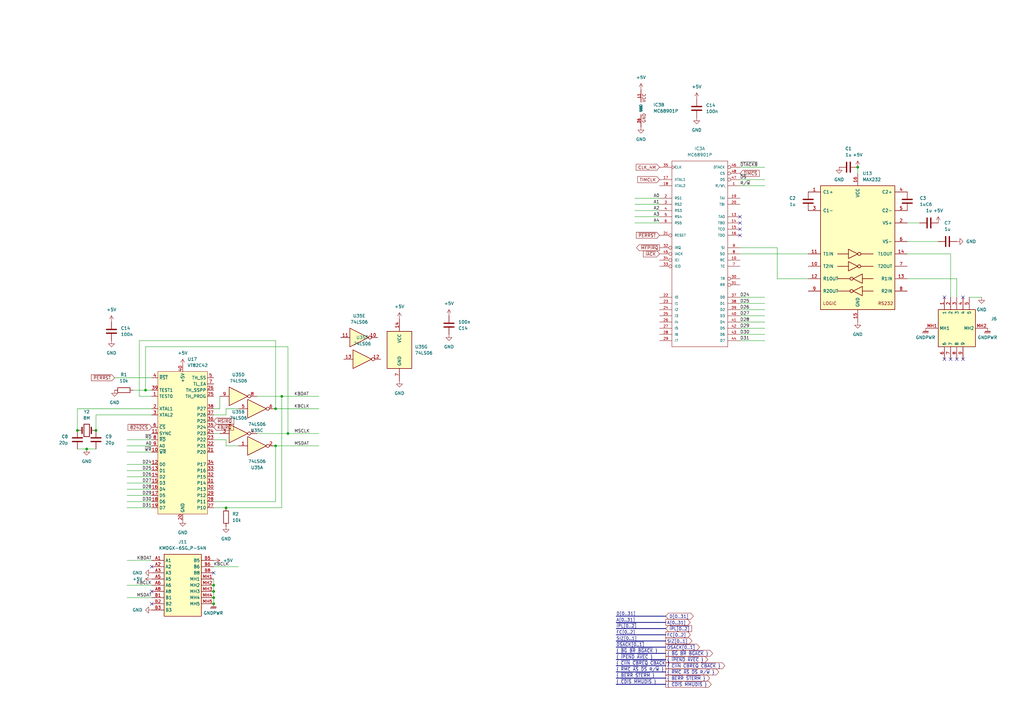
<source format=kicad_sch>
(kicad_sch (version 20230121) (generator eeschema)
  (paper "A3")
  (lib_symbols
    (symbol "5747840-4:5747840-4"
      (property "Reference" "J" (at 21.59 12.7 0))
      (property "Value" "5747840-4" (at 21.59 10.16 0))
      (symbol "5747840-4_1_1"
        (rectangle (start 5.08 7.62) (end 20.32 -7.62) (stroke (width 0.254)) (fill (type background)))
        (pin passive line (at 7.62 12.7 270) (length 5.08) (name "1") (number "1"))
        (pin passive line (at 10.16 12.7 270) (length 5.08) (name "2") (number "2"))
        (pin passive line (at 12.7 12.7 270) (length 5.08) (name "3") (number "3"))
        (pin passive line (at 15.24 12.7 270) (length 5.08) (name "4") (number "4"))
        (pin passive line (at 17.78 12.7 270) (length 5.08) (name "5") (number "5"))
        (pin passive line (at 7.62 -12.7 90) (length 5.08) (name "6") (number "6"))
        (pin passive line (at 10.16 -12.7 90) (length 5.08) (name "7") (number "7"))
        (pin passive line (at 12.7 -12.7 90) (length 5.08) (name "8") (number "8"))
        (pin passive line (at 15.24 -12.7 90) (length 5.08) (name "9") (number "9"))
        (pin passive line (at 0 0 0) (length 5.08) (name "MH1") (number "MH1"))
        (pin passive line (at 25.4 0 180) (length 5.08) (name "MH2") (number "MH2"))
      )
    )
    (symbol "74xx:74LS06" (pin_names (offset 1.016))
      (property "Reference" "U" (at 0 1.27 0))
      (property "Value" "74LS06" (at 0 -1.27 0))
      (symbol "74LS06_1_0"
        (polyline (pts (xy -3.81 3.81) (xy -3.81 -3.81) (xy 3.81 0) (xy -3.81 3.81)) (stroke (width 0.254)) (fill (type background)))
        (pin input line (at -7.62 0 0) (length 3.81) (name "~") (number "1"))
        (pin open_collector inverted (at 7.62 0 180) (length 3.81) (name "~") (number "2"))
      )
      (symbol "74LS06_2_0"
        (polyline (pts (xy -3.81 3.81) (xy -3.81 -3.81) (xy 3.81 0) (xy -3.81 3.81)) (stroke (width 0.254)) (fill (type background)))
        (pin input line (at -7.62 0 0) (length 3.81) (name "~") (number "3"))
        (pin open_collector inverted (at 7.62 0 180) (length 3.81) (name "~") (number "4"))
      )
      (symbol "74LS06_3_0"
        (polyline (pts (xy -3.81 3.81) (xy -3.81 -3.81) (xy 3.81 0) (xy -3.81 3.81)) (stroke (width 0.254)) (fill (type background)))
        (pin input line (at -7.62 0 0) (length 3.81) (name "~") (number "5"))
        (pin open_collector inverted (at 7.62 0 180) (length 3.81) (name "~") (number "6"))
      )
      (symbol "74LS06_4_0"
        (polyline (pts (xy -3.81 3.81) (xy -3.81 -3.81) (xy 3.81 0) (xy -3.81 3.81)) (stroke (width 0.254)) (fill (type background)))
        (pin open_collector inverted (at 7.62 0 180) (length 3.81) (name "~") (number "8"))
        (pin input line (at -7.62 0 0) (length 3.81) (name "~") (number "9"))
      )
      (symbol "74LS06_5_0"
        (polyline (pts (xy -3.81 3.81) (xy -3.81 -3.81) (xy 3.81 0) (xy -3.81 3.81)) (stroke (width 0.254)) (fill (type background)))
        (pin open_collector inverted (at 7.62 0 180) (length 3.81) (name "~") (number "10"))
        (pin input line (at -7.62 0 0) (length 3.81) (name "~") (number "11"))
      )
      (symbol "74LS06_6_0"
        (polyline (pts (xy -3.81 3.81) (xy -3.81 -3.81) (xy 3.81 0) (xy -3.81 3.81)) (stroke (width 0.254)) (fill (type background)))
        (pin open_collector inverted (at 7.62 0 180) (length 3.81) (name "~") (number "12"))
        (pin input line (at -7.62 0 0) (length 3.81) (name "~") (number "13"))
      )
      (symbol "74LS06_7_0"
        (pin power_in line (at 0 12.7 270) (length 5.08) (name "VCC") (number "14"))
        (pin power_in line (at 0 -12.7 90) (length 5.08) (name "GND") (number "7"))
      )
      (symbol "74LS06_7_1"
        (rectangle (start -5.08 7.62) (end 5.08 -7.62) (stroke (width 0.254)) (fill (type background)))
      )
    )
    (symbol "Device:C" (pin_numbers hide) (pin_names (offset 0.254))
      (property "Reference" "C" (at 0.635 2.54 0))
      (property "Value" "C" (at 0.635 -2.54 0))
      (symbol "C_0_1"
        (polyline (pts (xy -2.032 -0.762) (xy 2.032 -0.762)) (stroke (width 0.508)))
        (polyline (pts (xy -2.032 0.762) (xy 2.032 0.762)) (stroke (width 0.508)))
      )
      (symbol "C_1_1"
        (pin passive line (at 0 3.81 270) (length 2.794) (name "~") (number "1"))
        (pin passive line (at 0 -3.81 90) (length 2.794) (name "~") (number "2"))
      )
    )
    (symbol "Device:Crystal" (pin_numbers hide) (pin_names (offset 1.016) hide)
      (property "Reference" "Y" (at 0 3.81 0))
      (property "Value" "Crystal" (at 0 -3.81 0))
      (symbol "Crystal_0_1"
        (rectangle (start -1.143 2.54) (end 1.143 -2.54) (stroke (width 0.3048)))
        (polyline (pts (xy -2.54 0) (xy -1.905 0)))
        (polyline (pts (xy -1.905 -1.27) (xy -1.905 1.27)) (stroke (width 0.508)))
        (polyline (pts (xy 1.905 -1.27) (xy 1.905 1.27)) (stroke (width 0.508)))
        (polyline (pts (xy 2.54 0) (xy 1.905 0)))
      )
      (symbol "Crystal_1_1"
        (pin passive line (at -3.81 0 0) (length 1.27) (name "1") (number "1"))
        (pin passive line (at 3.81 0 180) (length 1.27) (name "2") (number "2"))
      )
    )
    (symbol "Device:R" (pin_numbers hide) (pin_names (offset 0))
      (property "Reference" "R" (at 2.032 0 90))
      (property "Value" "R" (at 0 0 90))
      (symbol "R_0_1"
        (rectangle (start -1.016 -2.54) (end 1.016 2.54) (stroke (width 0.254)))
      )
      (symbol "R_1_1"
        (pin passive line (at 0 3.81 270) (length 1.27) (name "~") (number "1"))
        (pin passive line (at 0 -3.81 90) (length 1.27) (name "~") (number "2"))
      )
    )
    (symbol "Interface_UART:MAX232" (pin_names (offset 1.016))
      (property "Reference" "U" (at -2.54 28.575 0))
      (property "Value" "MAX232" (at -2.54 26.67 0))
      (symbol "MAX232_0_0"
        (text "LOGIC" (at -11.43 -22.86 0) (effects (font (size 1.27 1.27))))
        (text "RS232" (at 11.43 -22.86 0) (effects (font (size 1.27 1.27))))
      )
      (symbol "MAX232_0_1"
        (rectangle (start -15.24 -25.4) (end 15.24 25.4) (stroke (width 0.254)) (fill (type background)))
        (circle (center -2.54 -17.78) (radius 0.635) (stroke (width 0.254)))
        (circle (center -2.54 -12.7) (radius 0.635) (stroke (width 0.254)))
        (polyline (pts (xy -3.81 -7.62) (xy -8.255 -7.62)) (stroke (width 0.254)))
        (polyline (pts (xy -3.81 -2.54) (xy -8.255 -2.54)) (stroke (width 0.254)))
        (polyline (pts (xy -3.175 -17.78) (xy -8.255 -17.78)) (stroke (width 0.254)))
        (polyline (pts (xy -3.175 -12.7) (xy -8.255 -12.7)) (stroke (width 0.254)))
        (polyline (pts (xy 1.27 -7.62) (xy 6.35 -7.62)) (stroke (width 0.254)))
        (polyline (pts (xy 1.27 -2.54) (xy 6.35 -2.54)) (stroke (width 0.254)))
        (polyline (pts (xy 1.905 -17.78) (xy 6.35 -17.78)) (stroke (width 0.254)))
        (polyline (pts (xy 1.905 -12.7) (xy 6.35 -12.7)) (stroke (width 0.254)))
        (polyline (pts (xy -3.81 -5.715) (xy -3.81 -9.525) (xy 0 -7.62) (xy -3.81 -5.715)) (stroke (width 0.254)))
        (polyline (pts (xy -3.81 -0.635) (xy -3.81 -4.445) (xy 0 -2.54) (xy -3.81 -0.635)) (stroke (width 0.254)))
        (polyline (pts (xy 1.905 -15.875) (xy 1.905 -19.685) (xy -1.905 -17.78) (xy 1.905 -15.875)) (stroke (width 0.254)))
        (polyline (pts (xy 1.905 -10.795) (xy 1.905 -14.605) (xy -1.905 -12.7) (xy 1.905 -10.795)) (stroke (width 0.254)))
        (circle (center 0.635 -7.62) (radius 0.635) (stroke (width 0.254)))
        (circle (center 0.635 -2.54) (radius 0.635) (stroke (width 0.254)))
      )
      (symbol "MAX232_1_1"
        (pin passive line (at -20.32 22.86 0) (length 5.08) (name "C1+") (number "1"))
        (pin input line (at -20.32 -7.62 0) (length 5.08) (name "T2IN") (number "10"))
        (pin input line (at -20.32 -2.54 0) (length 5.08) (name "T1IN") (number "11"))
        (pin output line (at -20.32 -12.7 0) (length 5.08) (name "R1OUT") (number "12"))
        (pin input line (at 20.32 -12.7 180) (length 5.08) (name "R1IN") (number "13"))
        (pin output line (at 20.32 -2.54 180) (length 5.08) (name "T1OUT") (number "14"))
        (pin power_in line (at 0 -30.48 90) (length 5.08) (name "GND") (number "15"))
        (pin power_in line (at 0 30.48 270) (length 5.08) (name "VCC") (number "16"))
        (pin power_out line (at 20.32 10.16 180) (length 5.08) (name "VS+") (number "2"))
        (pin passive line (at -20.32 15.24 0) (length 5.08) (name "C1-") (number "3"))
        (pin passive line (at 20.32 22.86 180) (length 5.08) (name "C2+") (number "4"))
        (pin passive line (at 20.32 15.24 180) (length 5.08) (name "C2-") (number "5"))
        (pin power_out line (at 20.32 2.54 180) (length 5.08) (name "VS-") (number "6"))
        (pin output line (at 20.32 -7.62 180) (length 5.08) (name "T2OUT") (number "7"))
        (pin input line (at 20.32 -17.78 180) (length 5.08) (name "R2IN") (number "8"))
        (pin output line (at -20.32 -17.78 0) (length 5.08) (name "R2OUT") (number "9"))
      )
    )
    (symbol "KMDGX-6SG_P-S4N:KMDGX-6SG_P-S4N"
      (property "Reference" "J" (at 21.59 7.62 0))
      (property "Value" "KMDGX-6SG_P-S4N" (at 21.59 5.08 0))
      (symbol "KMDGX-6SG_P-S4N_1_1"
        (rectangle (start 5.08 2.54) (end 20.32 -22.86) (stroke (width 0.254)) (fill (type background)))
        (pin passive line (at 0 0 0) (length 5.08) (name "A1") (number "A1"))
        (pin passive line (at 0 -2.54 0) (length 5.08) (name "A2") (number "A2"))
        (pin passive line (at 0 -5.08 0) (length 5.08) (name "A3") (number "A3"))
        (pin passive line (at 0 -7.62 0) (length 5.08) (name "A5") (number "A5"))
        (pin passive line (at 0 -10.16 0) (length 5.08) (name "A6") (number "A6"))
        (pin passive line (at 0 -12.7 0) (length 5.08) (name "A8") (number "A8"))
        (pin passive line (at 0 -15.24 0) (length 5.08) (name "B1") (number "B1"))
        (pin passive line (at 0 -17.78 0) (length 5.08) (name "B2") (number "B2"))
        (pin passive line (at 0 -20.32 0) (length 5.08) (name "B3") (number "B3"))
        (pin passive line (at 25.4 0 180) (length 5.08) (name "B5") (number "B5"))
        (pin passive line (at 25.4 -2.54 180) (length 5.08) (name "B6") (number "B6"))
        (pin passive line (at 25.4 -5.08 180) (length 5.08) (name "B8") (number "B8"))
        (pin passive line (at 25.4 -7.62 180) (length 5.08) (name "MH1") (number "MH1"))
        (pin passive line (at 25.4 -10.16 180) (length 5.08) (name "MH2") (number "MH2"))
        (pin passive line (at 25.4 -12.7 180) (length 5.08) (name "MH3") (number "MH3"))
        (pin passive line (at 25.4 -15.24 180) (length 5.08) (name "MH4") (number "MH4"))
        (pin passive line (at 25.4 -17.78 180) (length 5.08) (name "MH5") (number "MH5"))
      )
    )
    (symbol "VT82C42:VT82C42"
      (property "Reference" "U" (at -5.08 29.21 0))
      (property "Value" "VT82C42" (at 5.08 29.21 0))
      (symbol "VT82C42_1_1"
        (rectangle (start -10.16 27.94) (end 10.16 -30.48) (fill (type background)))
        (pin input line (at -12.7 17.78 0) (length 2.54) (name "TEST0") (number "1"))
        (pin input line (at -12.7 -5.08 0) (length 2.54) (name "~{WR}") (number "10"))
        (pin output line (at -12.7 2.54 0) (length 2.54) (name "SYNC") (number "11"))
        (pin bidirectional line (at -12.7 -10.16 0) (length 2.54) (name "D0") (number "12"))
        (pin bidirectional line (at -12.7 -12.7 0) (length 2.54) (name "D1") (number "13"))
        (pin bidirectional line (at -12.7 -15.24 0) (length 2.54) (name "D2") (number "14"))
        (pin bidirectional line (at -12.7 -17.78 0) (length 2.54) (name "D3") (number "15"))
        (pin bidirectional line (at -12.7 -20.32 0) (length 2.54) (name "D4") (number "16"))
        (pin bidirectional line (at -12.7 -22.86 0) (length 2.54) (name "D5") (number "17"))
        (pin bidirectional line (at -12.7 -25.4 0) (length 2.54) (name "D6") (number "18"))
        (pin bidirectional line (at -12.7 -27.94 0) (length 2.54) (name "D7") (number "19"))
        (pin input line (at -12.7 12.7 0) (length 2.54) (name "XTAL1") (number "2"))
        (pin power_in line (at 0 -33.02 90) (length 2.54) (name "GND") (number "20"))
        (pin output line (at 12.7 -5.08 180) (length 2.54) (name "P20") (number "21"))
        (pin output line (at 12.7 -2.54 180) (length 2.54) (name "P21") (number "22"))
        (pin output line (at 12.7 0 180) (length 2.54) (name "P22") (number "23"))
        (pin output line (at 12.7 2.54 180) (length 2.54) (name "P23") (number "24"))
        (pin input line (at 12.7 17.78 180) (length 2.54) (name "TH_PROG") (number "25"))
        (pin input line (at 12.7 20.32 180) (length 2.54) (name "TH_SSPP") (number "26"))
        (pin bidirectional line (at 12.7 -27.94 180) (length 2.54) (name "P10") (number "27"))
        (pin bidirectional line (at 12.7 -25.4 180) (length 2.54) (name "P11") (number "28"))
        (pin bidirectional line (at 12.7 -22.86 180) (length 2.54) (name "P12") (number "29"))
        (pin input line (at -12.7 10.16 0) (length 2.54) (name "XTAL2") (number "3"))
        (pin bidirectional line (at 12.7 -20.32 180) (length 2.54) (name "P13") (number "30"))
        (pin bidirectional line (at 12.7 -17.78 180) (length 2.54) (name "P14") (number "31"))
        (pin bidirectional line (at 12.7 -15.24 180) (length 2.54) (name "P15") (number "32"))
        (pin input line (at 12.7 -12.7 180) (length 2.54) (name "P16") (number "33"))
        (pin input line (at 12.7 -10.16 180) (length 2.54) (name "P17") (number "34"))
        (pin output line (at 12.7 5.08 180) (length 2.54) (name "P24") (number "35"))
        (pin output line (at 12.7 7.62 180) (length 2.54) (name "P25") (number "36"))
        (pin output line (at 12.7 10.16 180) (length 2.54) (name "P26") (number "37"))
        (pin output line (at 12.7 12.7 180) (length 2.54) (name "P27") (number "38"))
        (pin input line (at -12.7 20.32 0) (length 2.54) (name "TEST1") (number "39"))
        (pin input line (at -12.7 25.4 0) (length 2.54) (name "~{RST}") (number "4"))
        (pin power_in line (at 0 30.48 270) (length 2.54) (name "+5V") (number "40"))
        (pin input line (at 12.7 25.4 180) (length 2.54) (name "TH_SS") (number "5"))
        (pin input line (at -12.7 5.08 0) (length 2.54) (name "~{CS}") (number "6"))
        (pin input line (at 12.7 22.86 180) (length 2.54) (name "TL_EA") (number "7"))
        (pin input line (at -12.7 0 0) (length 2.54) (name "~{RD}") (number "8"))
        (pin input line (at -12.7 -2.54 0) (length 2.54) (name "A0") (number "9"))
      )
    )
    (symbol "micro-mc68000:MC68901P" (pin_names (offset 1.016))
      (property "Reference" "IC" (at -12.7 36.195 0))
      (property "Value" "MC68901P" (at -12.7 -43.18 0))
      (symbol "MC68901P_1_0"
        (polyline (pts (xy -12.7 -40.64) (xy -12.7 35.56)))
        (polyline (pts (xy -12.7 -40.64) (xy 10.16 -40.64)))
        (polyline (pts (xy 10.16 -40.64) (xy 10.16 35.56)))
        (polyline (pts (xy 10.16 35.56) (xy -12.7 35.56)))
      )
      (symbol "MC68901P_1_1"
        (pin input line (at 15.24 25.4 180) (length 5.08) (name "R/W\\") (number "1"))
        (pin input line (at 15.24 -5.08 180) (length 5.08) (name "RC") (number "10"))
        (pin output line (at 15.24 12.7 180) (length 5.08) (name "TAO") (number "13"))
        (pin output line (at 15.24 10.16 180) (length 5.08) (name "TBO") (number "14"))
        (pin output line (at 15.24 7.62 180) (length 5.08) (name "TCO") (number "15"))
        (pin output line (at 15.24 5.08 180) (length 5.08) (name "TDO") (number "16"))
        (pin input line (at -17.78 27.94 0) (length 5.08) (name "XTAL1") (number "17"))
        (pin input line (at -17.78 25.4 0) (length 5.08) (name "XTAL2") (number "18"))
        (pin input line (at 15.24 20.32 180) (length 5.08) (name "TAI") (number "19"))
        (pin input line (at -17.78 20.32 0) (length 5.08) (name "RS1") (number "2"))
        (pin input line (at 15.24 17.78 180) (length 5.08) (name "TBI") (number "20"))
        (pin input inverted (at -17.78 5.08 0) (length 5.08) (name "RESET") (number "21"))
        (pin bidirectional line (at -17.78 -20.32 0) (length 5.08) (name "I0") (number "22"))
        (pin bidirectional line (at -17.78 -22.86 0) (length 5.08) (name "I1") (number "23"))
        (pin bidirectional line (at -17.78 -25.4 0) (length 5.08) (name "I2") (number "24"))
        (pin bidirectional line (at -17.78 -27.94 0) (length 5.08) (name "I3") (number "25"))
        (pin bidirectional line (at -17.78 -30.48 0) (length 5.08) (name "I4") (number "26"))
        (pin bidirectional line (at -17.78 -33.02 0) (length 5.08) (name "I5") (number "27"))
        (pin bidirectional line (at -17.78 -35.56 0) (length 5.08) (name "I6") (number "28"))
        (pin bidirectional line (at -17.78 -38.1 0) (length 5.08) (name "I7") (number "29"))
        (pin input line (at -17.78 17.78 0) (length 5.08) (name "RS2") (number "3"))
        (pin output inverted (at 15.24 -12.7 180) (length 5.08) (name "TR") (number "30"))
        (pin output inverted (at 15.24 -15.24 180) (length 5.08) (name "RR") (number "31"))
        (pin output inverted (at -17.78 0 0) (length 5.08) (name "IRQ") (number "32"))
        (pin output inverted (at -17.78 -7.62 0) (length 5.08) (name "IEO") (number "33"))
        (pin input inverted (at -17.78 -5.08 0) (length 5.08) (name "IEI") (number "34"))
        (pin input clock (at -17.78 33.02 0) (length 5.08) (name "CLK") (number "35"))
        (pin bidirectional line (at 15.24 -20.32 180) (length 5.08) (name "D0") (number "37"))
        (pin bidirectional line (at 15.24 -22.86 180) (length 5.08) (name "D1") (number "38"))
        (pin bidirectional line (at 15.24 -25.4 180) (length 5.08) (name "D2") (number "39"))
        (pin input line (at -17.78 15.24 0) (length 5.08) (name "RS3") (number "4"))
        (pin bidirectional line (at 15.24 -27.94 180) (length 5.08) (name "D3") (number "40"))
        (pin bidirectional line (at 15.24 -30.48 180) (length 5.08) (name "D4") (number "41"))
        (pin bidirectional line (at 15.24 -33.02 180) (length 5.08) (name "D5") (number "42"))
        (pin bidirectional line (at 15.24 -35.56 180) (length 5.08) (name "D6") (number "43"))
        (pin bidirectional line (at 15.24 -38.1 180) (length 5.08) (name "D7") (number "44"))
        (pin input inverted (at -17.78 -2.54 0) (length 5.08) (name "IACK") (number "45"))
        (pin output inverted (at 15.24 33.02 180) (length 5.08) (name "DTACK") (number "46"))
        (pin input inverted (at 15.24 27.94 180) (length 5.08) (name "DS") (number "47"))
        (pin input inverted (at 15.24 30.48 180) (length 5.08) (name "CS") (number "48"))
        (pin input line (at -17.78 12.7 0) (length 5.08) (name "RS4") (number "5"))
        (pin input line (at -17.78 10.16 0) (length 5.08) (name "RS5") (number "6"))
        (pin input line (at 15.24 -7.62 180) (length 5.08) (name "TC") (number "7"))
        (pin output line (at 15.24 -2.54 180) (length 5.08) (name "SO") (number "8"))
        (pin input line (at 15.24 0 180) (length 5.08) (name "SI") (number "9"))
      )
      (symbol "MC68901P_2_0"
        (text "GND" (at 1.27 -3.937 1) (effects (font (size 1.27 1.27))))
        (text "VCC" (at 1.27 4.318 1) (effects (font (size 1.27 1.27))))
      )
      (symbol "MC68901P_2_1"
        (pin power_in line (at 0 7.62 270) (length 5.08) (name "VCC") (number "11"))
        (pin power_in line (at 0 -7.62 90) (length 5.08) (name "GND") (number "36"))
      )
    )
    (symbol "power:+5V" (power) (pin_names (offset 0))
      (property "Value" "+5V" (at 0 3.556 0))
      (symbol "+5V_0_1"
        (polyline (pts (xy -0.762 1.27) (xy 0 2.54)))
        (polyline (pts (xy 0 0) (xy 0 2.54)))
        (polyline (pts (xy 0 2.54) (xy 0.762 1.27)))
      )
      (symbol "+5V_1_1"
        (pin power_in line (at 0 0 90) (length 0) hide (name "+5V") (number "1"))
      )
    )
    (symbol "power:GND" (power) (pin_names (offset 0))
      (property "Value" "GND" (at 0 -3.81 0))
      (symbol "GND_0_1"
        (polyline (pts (xy 0 0) (xy 0 -1.27) (xy 1.27 -1.27) (xy 0 -2.54) (xy -1.27 -1.27) (xy 0 -1.27)))
      )
      (symbol "GND_1_1"
        (pin power_in line (at 0 0 270) (length 0) hide (name "GND") (number "1"))
      )
    )
    (symbol "power:GNDPWR" (power) (pin_names (offset 0))
      (property "Value" "GNDPWR" (at 0 -3.302 0))
      (symbol "GNDPWR_0_1"
        (polyline (pts (xy 0 -1.27) (xy 0 0)))
        (polyline (pts (xy -1.016 -1.27) (xy -1.27 -2.032) (xy -1.27 -2.032)) (stroke (width 0.2032)))
        (polyline (pts (xy -0.508 -1.27) (xy -0.762 -2.032) (xy -0.762 -2.032)) (stroke (width 0.2032)))
        (polyline (pts (xy 0 -1.27) (xy -0.254 -2.032) (xy -0.254 -2.032)) (stroke (width 0.2032)))
        (polyline (pts (xy 0.508 -1.27) (xy 0.254 -2.032) (xy 0.254 -2.032)) (stroke (width 0.2032)))
        (polyline (pts (xy 1.016 -1.27) (xy -1.016 -1.27) (xy -1.016 -1.27)) (stroke (width 0.2032)))
        (polyline (pts (xy 1.016 -1.27) (xy 0.762 -2.032) (xy 0.762 -2.032) (xy 0.762 -2.032)) (stroke (width 0.2032)))
      )
      (symbol "GNDPWR_1_1"
        (pin power_in line (at 0 0 270) (length 0) hide (name "GNDPWR") (number "1"))
      )
    )
  )
  (junction (at 39.37 176.53))
  (junction (at 31.75 176.53))
  (junction (at 87.63 240.03))
  (junction (at 35.56 184.15))
  (junction (at 87.63 247.65))
  (junction (at 113.03 167.64))
  (junction (at 113.03 182.88))
  (junction (at 118.11 177.8))
  (junction (at 87.63 245.11))
  (junction (at 87.63 242.57))
  (junction (at 92.71 208.28))
  (junction (at 351.79 68.58))
  (junction (at 59.69 160.02))
  (junction (at 115.57 162.56))
  (no_connect (at 62.23 247.65))
  (no_connect (at 303.53 88.9))
  (no_connect (at 387.35 147.32))
  (no_connect (at 303.53 91.44))
  (no_connect (at 392.43 147.32))
  (no_connect (at 303.53 96.52))
  (no_connect (at 87.63 234.95))
  (no_connect (at 303.53 93.98))
  (no_connect (at 62.23 242.57))
  (no_connect (at 394.97 147.32))
  (no_connect (at 394.97 121.92))
  (no_connect (at 389.89 147.32))
  (no_connect (at 387.35 121.92))
  (no_connect (at 62.23 232.41))
  (wire (pts (xy 57.15 162.56) (xy 57.15 139.7)))
  (wire (pts (xy 113.03 139.7) (xy 113.03 167.64)))
  (bus (pts (xy 252.73 275.59) (xy 273.05 275.59)))
  (bus (pts (xy 252.73 270.51) (xy 273.05 270.51)))
  (bus (pts (xy 252.73 262.89) (xy 273.05 262.89)))
  (wire (pts (xy 313.69 68.58) (xy 303.53 68.58)))
  (wire (pts (xy 105.41 162.56) (xy 115.57 162.56)))
  (bus (pts (xy 252.73 265.43) (xy 273.05 265.43)))
  (bus (pts (xy 252.73 278.13) (xy 273.05 278.13)))
  (wire (pts (xy 97.79 232.41) (xy 87.63 232.41)))
  (wire (pts (xy 87.63 177.8) (xy 90.17 177.8)))
  (wire (pts (xy 59.69 160.02) (xy 59.69 142.24)))
  (wire (pts (xy 313.69 124.46) (xy 303.53 124.46)))
  (wire (pts (xy 52.07 208.28) (xy 62.23 208.28)))
  (bus (pts (xy 252.73 267.97) (xy 273.05 267.97)))
  (wire (pts (xy 92.71 170.18) (xy 92.71 167.64)))
  (wire (pts (xy 52.07 245.11) (xy 62.23 245.11)))
  (wire (pts (xy 260.35 86.36) (xy 270.51 86.36)))
  (wire (pts (xy 313.69 76.2) (xy 303.53 76.2)))
  (wire (pts (xy 59.69 160.02) (xy 62.23 160.02)))
  (wire (pts (xy 260.35 83.82) (xy 270.51 83.82)))
  (wire (pts (xy 52.07 205.74) (xy 62.23 205.74)))
  (wire (pts (xy 313.69 134.62) (xy 303.53 134.62)))
  (wire (pts (xy 389.89 104.14) (xy 389.89 121.92)))
  (bus (pts (xy 252.73 252.73) (xy 273.05 252.73)))
  (wire (pts (xy 115.57 162.56) (xy 115.57 208.28)))
  (wire (pts (xy 39.37 170.18) (xy 62.23 170.18)))
  (wire (pts (xy 260.35 88.9) (xy 270.51 88.9)))
  (wire (pts (xy 87.63 180.34) (xy 92.71 180.34)))
  (wire (pts (xy 87.63 240.03) (xy 87.63 242.57)))
  (wire (pts (xy 313.69 127) (xy 303.53 127)))
  (wire (pts (xy 92.71 208.28) (xy 87.63 208.28)))
  (wire (pts (xy 372.11 91.44) (xy 377.19 91.44)))
  (bus (pts (xy 252.73 257.81) (xy 273.05 257.81)))
  (wire (pts (xy 118.11 177.8) (xy 118.11 142.24)))
  (wire (pts (xy 303.53 101.6) (xy 318.77 101.6)))
  (wire (pts (xy 87.63 170.18) (xy 92.71 170.18)))
  (wire (pts (xy 115.57 162.56) (xy 130.81 162.56)))
  (wire (pts (xy 260.35 81.28) (xy 270.51 81.28)))
  (wire (pts (xy 90.17 167.64) (xy 90.17 162.56)))
  (wire (pts (xy 52.07 203.2) (xy 62.23 203.2)))
  (wire (pts (xy 52.07 200.66) (xy 62.23 200.66)))
  (bus (pts (xy 252.73 280.67) (xy 273.05 280.67)))
  (wire (pts (xy 105.41 177.8) (xy 118.11 177.8)))
  (wire (pts (xy 113.03 205.74) (xy 113.03 182.88)))
  (wire (pts (xy 313.69 129.54) (xy 303.53 129.54)))
  (wire (pts (xy 52.07 229.87) (xy 62.23 229.87)))
  (wire (pts (xy 372.11 114.3) (xy 392.43 114.3)))
  (wire (pts (xy 113.03 167.64) (xy 130.81 167.64)))
  (wire (pts (xy 372.11 99.06) (xy 384.81 99.06)))
  (wire (pts (xy 87.63 205.74) (xy 113.03 205.74)))
  (wire (pts (xy 260.35 91.44) (xy 270.51 91.44)))
  (wire (pts (xy 54.61 160.02) (xy 59.69 160.02)))
  (wire (pts (xy 372.11 104.14) (xy 389.89 104.14)))
  (bus (pts (xy 252.73 260.35) (xy 273.05 260.35)))
  (wire (pts (xy 92.71 208.28) (xy 115.57 208.28)))
  (wire (pts (xy 31.75 167.64) (xy 31.75 176.53)))
  (wire (pts (xy 52.07 185.42) (xy 62.23 185.42)))
  (wire (pts (xy 87.63 167.64) (xy 90.17 167.64)))
  (wire (pts (xy 52.07 190.5) (xy 62.23 190.5)))
  (wire (pts (xy 52.07 240.03) (xy 62.23 240.03)))
  (bus (pts (xy 252.73 273.05) (xy 273.05 273.05)))
  (wire (pts (xy 59.69 142.24) (xy 118.11 142.24)))
  (wire (pts (xy 52.07 182.88) (xy 62.23 182.88)))
  (wire (pts (xy 318.77 101.6) (xy 318.77 114.3)))
  (wire (pts (xy 92.71 167.64) (xy 97.79 167.64)))
  (wire (pts (xy 31.75 184.15) (xy 35.56 184.15)))
  (wire (pts (xy 52.07 193.04) (xy 62.23 193.04)))
  (wire (pts (xy 392.43 114.3) (xy 392.43 121.92)))
  (wire (pts (xy 318.77 114.3) (xy 331.47 114.3)))
  (wire (pts (xy 35.56 184.15) (xy 39.37 184.15)))
  (wire (pts (xy 313.69 137.16) (xy 303.53 137.16)))
  (wire (pts (xy 46.99 154.94) (xy 62.23 154.94)))
  (wire (pts (xy 52.07 198.12) (xy 62.23 198.12)))
  (wire (pts (xy 313.69 139.7) (xy 303.53 139.7)))
  (wire (pts (xy 92.71 182.88) (xy 97.79 182.88)))
  (wire (pts (xy 62.23 167.64) (xy 31.75 167.64)))
  (wire (pts (xy 87.63 242.57) (xy 87.63 245.11)))
  (wire (pts (xy 57.15 139.7) (xy 113.03 139.7)))
  (wire (pts (xy 87.63 245.11) (xy 87.63 247.65)))
  (wire (pts (xy 113.03 182.88) (xy 130.81 182.88)))
  (wire (pts (xy 313.69 121.92) (xy 303.53 121.92)))
  (wire (pts (xy 62.23 162.56) (xy 57.15 162.56)))
  (wire (pts (xy 351.79 68.58) (xy 351.79 71.12)))
  (wire (pts (xy 52.07 195.58) (xy 62.23 195.58)))
  (wire (pts (xy 313.69 73.66) (xy 303.53 73.66)))
  (wire (pts (xy 397.51 121.92) (xy 402.59 121.92)))
  (wire (pts (xy 52.07 180.34) (xy 62.23 180.34)))
  (bus (pts (xy 252.73 255.27) (xy 273.05 255.27)))
  (wire (pts (xy 92.71 180.34) (xy 92.71 182.88)))
  (wire (pts (xy 118.11 177.8) (xy 130.81 177.8)))
  (wire (pts (xy 313.69 132.08) (xy 303.53 132.08)))
  (wire (pts (xy 39.37 170.18) (xy 39.37 176.53)))
  (wire (pts (xy 303.53 104.14) (xy 331.47 104.14)))
  (wire (pts (xy 87.63 237.49) (xy 87.63 240.03)))
  (label "D26" (at 303.53 127 0))
  (label "A[0..31]" (at 252.73 255.27 0))
  (label "~{IPL[0..2]}" (at 252.73 257.81 0))
  (label "D27" (at 62.23 198.12 180))
  (label "{ ~{CDIS} ~{MMUDIS} }" (at 252.73 280.67 0))
  (label "D29" (at 303.53 134.62 0))
  (label "A3" (at 270.51 88.9 180))
  (label "D29" (at 62.23 203.2 180))
  (label "~{DS}" (at 303.53 73.66 0))
  (label "{ ~{BG} ~{BR} ~{BGACK} }" (at 252.73 267.97 0))
  (label "KBDAT" (at 120.65 162.56 0))
  (label "A0" (at 270.51 81.28 180))
  (label "D25" (at 62.23 193.04 180))
  (label "R{slash}~{W}" (at 303.53 76.2 0))
  (label "A0" (at 62.23 182.88 180))
  (label "MSCLK" (at 120.65 177.8 0))
  (label "MSDAT" (at 62.23 245.11 180))
  (label "KBCLK" (at 87.63 232.41 0))
  (label "MSDAT" (at 120.65 182.88 0))
  (label "D[0..31]" (at 252.73 252.73 0))
  (label "D30" (at 303.53 137.16 0))
  (label "KBDAT" (at 62.23 229.87 180))
  (label "D24" (at 303.53 121.92 0))
  (label "D28" (at 62.23 200.66 180))
  (label "D24" (at 62.23 190.5 180))
  (label "SIZ[0..1]" (at 252.73 262.89 0))
  (label "FC[0..2]" (at 252.73 260.35 0))
  (label "KBCLK" (at 62.23 240.03 180))
  (label "{ ~{CIIN} ~{CBREQ} ~{CBACK} }" (at 252.73 273.05 0))
  (label "D31" (at 62.23 208.28 180))
  (label "A1" (at 270.51 83.82 180))
  (label "~{RD}" (at 62.23 180.34 180))
  (label "~{DSACK[0..1]}" (at 252.73 265.43 0))
  (label "D30" (at 62.23 205.74 180))
  (label "D26" (at 62.23 195.58 180))
  (label "D25" (at 303.53 124.46 0))
  (label "D31" (at 303.53 139.7 0))
  (label "{ ~{BERR} ~{STERM} }" (at 252.73 278.13 0))
  (label "KBCLK" (at 120.65 167.64 0))
  (label "A2" (at 270.51 86.36 180))
  (label "~{DTACK8}" (at 303.53 68.58 0))
  (label "A4" (at 270.51 91.44 180))
  (label "D28" (at 303.53 132.08 0))
  (label "D27" (at 303.53 129.54 0))
  (label "{ ~{IPEND} ~{AVEC} }" (at 252.73 270.51 0))
  (label "~{WR}" (at 62.23 185.42 180))
  (label "{ ~{RMC} ~{AS} ~{DS} R{slash}~{W} }" (at 252.73 275.59 0))
  (global_label "D[0..31]" (shape bidirectional) (at 273.05 252.73 0) (property "Intersheetrefs" "${INTERSHEET_REFS}" (effects hide)))
  (global_label "{ ~{BG} ~{BR} ~{BGACK} }" (shape output) (at 273.05 267.97 0) (property "Intersheetrefs" "${INTERSHEET_REFS}" (effects hide)))
  (global_label "{ ~{IPEND} ~{AVEC} }" (shape output) (at 273.05 270.51 0) (property "Intersheetrefs" "${INTERSHEET_REFS}" (effects hide)))
  (global_label "~{8242CS}" (shape input) (at 62.23 175.26 180) (property "Intersheetrefs" "${INTERSHEET_REFS}" (effects hide)))
  (global_label "A[0..31]" (shape output) (at 273.05 255.27 0) (property "Intersheetrefs" "${INTERSHEET_REFS}" (effects hide)))
  (global_label "CLK_4M" (shape input) (at 270.51 68.58 180) (property "Intersheetrefs" "${INTERSHEET_REFS}" (effects hide)))
  (global_label "FC[0..2]" (shape output) (at 273.05 260.35 0) (property "Intersheetrefs" "${INTERSHEET_REFS}" (effects hide)))
  (global_label "{ ~{RMC} ~{AS} ~{DS} R{slash}~{W} }" (shape output) (at 273.05 275.59 0) (property "Intersheetrefs" "${INTERSHEET_REFS}" (effects hide)))
  (global_label "~{PERRST}" (shape input) (at 270.51 96.52 180) (property "Intersheetrefs" "${INTERSHEET_REFS}" (effects hide)))
  (global_label "TIMCLK" (shape input) (at 270.51 73.66 180) (property "Intersheetrefs" "${INTERSHEET_REFS}" (effects hide)))
  (global_label "~{KBIRQ}" (shape input) (at 87.63 175.26 0) (property "Intersheetrefs" "${INTERSHEET_REFS}" (effects hide)))
  (global_label "~{MFPIRQ}" (shape output) (at 270.51 101.6 180) (property "Intersheetrefs" "${INTERSHEET_REFS}" (effects hide)))
  (global_label "{ ~{CIIN} ~{CBREQ} ~{CBACK} }" (shape output) (at 273.05 273.05 0) (property "Intersheetrefs" "${INTERSHEET_REFS}" (effects hide)))
  (global_label "~{DSACK[0..1]}" (shape output) (at 273.05 265.43 0) (property "Intersheetrefs" "${INTERSHEET_REFS}" (effects hide)))
  (global_label "~{TIMCS}" (shape input) (at 303.53 71.12 0) (property "Intersheetrefs" "${INTERSHEET_REFS}" (effects hide)))
  (global_label "~{IPL[0..2]}" (shape input) (at 273.05 257.81 0) (property "Intersheetrefs" "${INTERSHEET_REFS}" (effects hide)))
  (global_label "{ ~{BERR} ~{STERM} }" (shape output) (at 273.05 278.13 0) (property "Intersheetrefs" "${INTERSHEET_REFS}" (effects hide)))
  (global_label "{ ~{CDIS} ~{MMUDIS} }" (shape output) (at 273.05 280.67 0) (property "Intersheetrefs" "${INTERSHEET_REFS}" (effects hide)))
  (global_label "~{MSIRQ}" (shape input) (at 87.63 172.72 0) (property "Intersheetrefs" "${INTERSHEET_REFS}" (effects hide)))
  (global_label "~{PERRST}" (shape input) (at 46.99 154.94 180) (property "Intersheetrefs" "${INTERSHEET_REFS}" (effects hide)))
  (global_label "~{IACK}" (shape input) (at 270.51 104.14 180) (property "Intersheetrefs" "${INTERSHEET_REFS}" (effects hide)))
  (global_label "SIZ[0..1]" (shape output) (at 273.05 262.89 0) (property "Intersheetrefs" "${INTERSHEET_REFS}" (effects hide)))
  (symbol (lib_id "power:+5V") (at 384.81 91.44 0) (unit 1)
    (property "Reference" "#PWR050" (effects hide))
    (property "Value" "+5V" (at 384.81 86.36 0))
    (instances (project "m68k-hbc" (path "" (reference "#PWR050") (unit 1)) (path "" (reference "#PWR0133") (unit 1))))
  )
  (symbol (lib_id "power:GND") (at 285.75 48.26 0) (unit 1)
    (property "Reference" "#PWR0129" (effects hide))
    (property "Value" "GND" (at 285.75 53.34 0))
  )
  (symbol (lib_id "74xx:74LS06") (at 97.79 162.56 0) (unit 4)
    (property "Reference" "U35" (at 97.79 153.67 0))
    (property "Value" "74LS06" (at 97.79 156.21 0))
    (property "Footprint" "Package_SO:SOIC-14W_7.5x9mm_P1.27mm" (effects hide))
    (property "Datasheet" "http://www.ti.com/lit/gpn/sn74LS06" (effects hide))
    (instances (project "m68k-hbc" (path "" (reference "U35") (unit 4)) (path "" (reference "U8") (unit 4))))
  )
  (symbol (lib_id "power:GND") (at 392.43 99.06 90) (unit 1)
    (property "Reference" "#PWR054" (effects hide))
    (property "Value" "GND" (at 396.24 99.06 90) (effects (justify right)))
    (instances (project "m68k-hbc" (path "" (reference "#PWR054") (unit 1)) (path "" (reference "#PWR0134") (unit 1))))
  )
  (symbol (lib_id "power:GNDPWR") (at 379.73 134.62 0) (unit 1)
    (property "Reference" "#PWR051" (effects hide))
    (property "Value" "GNDPWR" (at 379.603 138.43 0))
    (instances (project "m68k-hbc" (path "" (reference "#PWR051") (unit 1)) (path "" (reference "#PWR0140") (unit 1))))
  )
  (symbol (lib_id "74xx:74LS06") (at 163.83 143.51 0) (unit 7)
    (property "Reference" "U35" (at 170.18 142.24 0) (effects (justify left)))
    (property "Value" "74LS06" (at 170.18 144.78 0) (effects (justify left)))
    (property "Footprint" "Package_SO:SOIC-14W_7.5x9mm_P1.27mm" (effects hide))
    (property "Datasheet" "http://www.ti.com/lit/gpn/sn74LS06" (effects hide))
    (instances (project "m68k-hbc" (path "" (reference "U35") (unit 7)) (path "" (reference "U8") (unit 7))))
  )
  (symbol (lib_id "power:+5V") (at 62.23 237.49 90) (unit 1)
    (property "Reference" "#PWR0172" (effects hide))
    (property "Value" "+5V" (at 58.42 237.49 90) (effects (justify left)))
    (instances (project "m68k-hbc" (path "" (reference "#PWR0172") (unit 1)) (path "" (reference "#PWR0152") (unit 1))))
  )
  (symbol (lib_id "74xx:74LS06") (at 97.79 177.8 0) (unit 2)
    (property "Reference" "U35" (at 97.79 168.91 0))
    (property "Value" "74LS06" (at 97.79 171.45 0))
    (property "Footprint" "Package_SO:SOIC-14W_7.5x9mm_P1.27mm" (effects hide))
    (property "Datasheet" "http://www.ti.com/lit/gpn/sn74LS06" (effects hide))
    (instances (project "m68k-hbc" (path "" (reference "U35") (unit 2)) (path "" (reference "U8") (unit 2))))
  )
  (symbol (lib_id "micro-mc68000:MC68901P") (at 288.29 101.6 0) (unit 1)
    (property "Reference" "IC3" (at 287.02 60.96 0))
    (property "Value" "MC68901P" (at 287.02 63.5 0))
    (property "Footprint" "Package_DIP:DIP-48_W15.24mm_Socket" (effects hide))
  )
  (symbol (lib_id "power:GND") (at 35.56 184.15 0) (unit 1)
    (property "Reference" "#PWR058" (effects hide))
    (property "Value" "GND" (at 35.56 189.23 0))
    (instances (project "m68k-hbc" (path "" (reference "#PWR058") (unit 1)) (path "" (reference "#PWR0147") (unit 1))))
  )
  (symbol (lib_id "power:GND") (at 62.23 250.19 270) (unit 1)
    (property "Reference" "#PWR0173" (effects hide))
    (property "Value" "GND" (at 58.42 250.19 90) (effects (justify right)))
    (instances (project "m68k-hbc" (path "" (reference "#PWR0173") (unit 1)) (path "" (reference "#PWR0154") (unit 1))))
  )
  (symbol (lib_id "power:GND") (at 402.59 121.92 0) (unit 1)
    (property "Reference" "#PWR045" (effects hide))
    (property "Value" "GND" (at 402.59 127 0))
    (instances (project "m68k-hbc" (path "" (reference "#PWR045") (unit 1)) (path "" (reference "#PWR0135") (unit 1))))
  )
  (symbol (lib_id "power:GND") (at 74.93 213.36 0) (unit 1)
    (property "Reference" "#PWR067" (effects hide))
    (property "Value" "GND" (at 74.93 218.44 0))
    (instances (project "m68k-hbc" (path "" (reference "#PWR067") (unit 1)) (path "" (reference "#PWR0148") (unit 1))))
  )
  (symbol (lib_id "power:GND") (at 184.15 137.16 0) (unit 1)
    (property "Reference" "#PWR0142" (effects hide))
    (property "Value" "GND" (at 184.15 142.24 0))
  )
  (symbol (lib_id "Device:C") (at 184.15 133.35 0) (mirror x) (unit 1)
    (property "Reference" "C14" (at 187.96 134.62 0) (effects (justify left)))
    (property "Value" "100n" (at 187.96 132.08 0) (effects (justify left)))
    (property "Footprint" "Capacitor_SMD:C_1206_3216Metric_Pad1.33x1.80mm_HandSolder" (effects hide))
    (instances (project "m68k-hbc" (path "" (reference "C14") (unit 1)) (path "" (reference "C43") (unit 1))))
  )
  (symbol (lib_id "74xx:74LS06") (at 147.32 138.43 0) (unit 5)
    (property "Reference" "U35" (at 147.32 129.54 0))
    (property "Value" "74LS06" (at 147.32 132.08 0))
    (property "Footprint" "Package_SO:SOIC-14W_7.5x9mm_P1.27mm" (effects hide))
    (property "Datasheet" "http://www.ti.com/lit/gpn/sn74LS06" (effects hide))
    (instances (project "m68k-hbc" (path "" (reference "U35") (unit 5)) (path "" (reference "U8") (unit 5))))
  )
  (symbol (lib_id "power:GNDPWR") (at 87.63 247.65 0) (unit 1)
    (property "Reference" "#PWR060" (effects hide))
    (property "Value" "GNDPWR" (at 87.503 251.46 0))
    (instances (project "m68k-hbc" (path "" (reference "#PWR060") (unit 1)) (path "" (reference "#PWR0153") (unit 1))))
  )
  (symbol (lib_id "power:GND") (at 46.99 160.02 0) (unit 1)
    (property "Reference" "#PWR0168" (effects hide))
    (property "Value" "GND" (at 46.99 165.1 0))
    (instances (project "m68k-hbc" (path "" (reference "#PWR0168") (unit 1)) (path "" (reference "#PWR0146") (unit 1))))
  )
  (symbol (lib_id "power:GND") (at 351.79 132.08 0) (unit 1)
    (property "Reference" "#PWR056" (effects hide))
    (property "Value" "GND" (at 351.79 137.16 0))
    (instances (project "m68k-hbc" (path "" (reference "#PWR056") (unit 1)) (path "" (reference "#PWR0139") (unit 1))))
  )
  (symbol (lib_id "74xx:74LS06") (at 105.41 167.64 0) (mirror x) (unit 3)
    (property "Reference" "U35" (at 105.41 176.53 0))
    (property "Value" "74LS06" (at 105.41 173.99 0))
    (property "Footprint" "Package_SO:SOIC-14W_7.5x9mm_P1.27mm" (effects hide))
    (property "Datasheet" "http://www.ti.com/lit/gpn/sn74LS06" (effects hide))
    (instances (project "m68k-hbc" (path "" (reference "U35") (unit 3)) (path "" (reference "U8") (unit 3))))
  )
  (symbol (lib_id "power:+5V") (at 74.93 149.86 0) (unit 1)
    (property "Reference" "#PWR055" (effects hide))
    (property "Value" "+5V" (at 74.93 144.78 0))
    (instances (project "m68k-hbc" (path "" (reference "#PWR055") (unit 1)) (path "" (reference "#PWR0144") (unit 1))))
  )
  (symbol (lib_id "Device:C") (at 381 91.44 270) (unit 1)
    (property "Reference" "C6" (at 381 83.82 90))
    (property "Value" "1u" (at 381 86.36 90))
    (property "Footprint" "Capacitor_SMD:C_1206_3216Metric_Pad1.33x1.80mm_HandSolder" (effects hide))
    (instances (project "m68k-hbc" (path "" (reference "C6") (unit 1)) (path "" (reference "C41") (unit 1))))
  )
  (symbol (lib_id "Device:C") (at 45.72 135.89 0) (unit 1)
    (property "Reference" "C14" (at 49.53 134.62 0) (effects (justify left)))
    (property "Value" "100n" (at 49.53 137.16 0) (effects (justify left)))
    (property "Footprint" "Capacitor_SMD:C_1206_3216Metric_Pad1.33x1.80mm_HandSolder" (effects hide))
    (instances (project "m68k-hbc" (path "" (reference "C14") (unit 1)) (path "" (reference "C44") (unit 1))))
  )
  (symbol (lib_id "Interface_UART:MAX232") (at 351.79 101.6 0) (unit 1)
    (property "Reference" "U13" (at 353.7459 71.12 0) (effects (justify left)))
    (property "Value" "MAX232" (at 353.7459 73.66 0) (effects (justify left)))
    (property "Footprint" "Package_DIP:DIP-16_W7.62mm_Socket" (effects hide))
    (property "Datasheet" "http://www.ti.com/lit/ds/symlink/max232.pdf" (effects hide))
    (instances (project "m68k-hbc" (path "" (reference "U13") (unit 1)) (path "" (reference "U7") (unit 1))))
  )
  (symbol (lib_id "power:+5V") (at 87.63 229.87 270) (mirror x) (unit 1)
    (property "Reference" "#PWR0174" (effects hide))
    (property "Value" "+5V" (at 91.44 229.87 90) (effects (justify left)))
    (instances (project "m68k-hbc" (path "" (reference "#PWR0174") (unit 1)) (path "" (reference "#PWR0150") (unit 1))))
  )
  (symbol (lib_id "micro-mc68000:MC68901P") (at 262.89 44.45 0) (unit 2)
    (property "Reference" "IC3" (at 267.97 42.9896 0) (effects (justify left)))
    (property "Value" "MC68901P" (at 267.97 45.5296 0) (effects (justify left)))
    (property "Footprint" "Package_DIP:DIP-48_W15.24mm_Socket" (effects hide))
  )
  (symbol (lib_id "VT82C42:VT82C42") (at 74.93 180.34 0) (unit 1)
    (property "Reference" "U17" (at 76.8859 147.32 0) (effects (justify left)))
    (property "Value" "VT82C42" (at 76.8859 149.86 0) (effects (justify left)))
    (property "Footprint" "Package_DIP:DIP-40_W15.24mm" (effects hide))
    (property "Datasheet" "http://www.bitsavers.org/components/viaTechnologies/VT82C42_Keyboard_Controller_199511.pdf" (effects hide))
    (instances (project "m68k-hbc" (path "" (reference "U17") (unit 1)) (path "" (reference "U9") (unit 1))))
  )
  (symbol (lib_id "Device:C") (at 31.75 180.34 0) (unit 1)
    (property "Reference" "C8" (at 27.94 179.07 0) (effects (justify right)))
    (property "Value" "20p" (at 27.94 181.61 0) (effects (justify right)))
    (property "Footprint" "Capacitor_SMD:C_1206_3216Metric_Pad1.33x1.80mm_HandSolder" (effects hide))
    (instances (project "m68k-hbc" (path "" (reference "C8") (unit 1)) (path "" (reference "C45") (unit 1))))
  )
  (symbol (lib_id "power:GNDPWR") (at 405.13 134.62 0) (unit 1)
    (property "Reference" "#PWR051" (effects hide))
    (property "Value" "GNDPWR" (at 405.003 138.43 0))
    (instances (project "m68k-hbc" (path "" (reference "#PWR051") (unit 1)) (path "" (reference "#PWR0141") (unit 1))))
  )
  (symbol (lib_id "KMDGX-6SG_P-S4N:KMDGX-6SG_P-S4N") (at 62.23 229.87 0) (unit 1)
    (property "Reference" "J11" (at 74.93 222.25 0))
    (property "Value" "KMDGX-6SG_P-S4N" (at 74.93 224.79 0))
    (property "Footprint" "KMDGX6SGPS4N:KMDGX6SGPS4N" (effects hide))
    (property "Datasheet" "http://www.kycon.com/Pub_Eng_Draw/KMDGX-6SG-P-S4N.pdf" (effects hide))
    (property "Height" "28.55" (effects hide))
    (property "Mouser Part Number" "806-KMDGX-6SGP-S4N" (effects hide))
    (property "Mouser Price/Stock" "https://www.mouser.co.uk/ProductDetail/Kycon/KMDGX-6SG-P-S4N?qs=wzaPhkLM3Q5CI9SGP7X58Q%3D%3D" (effects hide))
    (property "Manufacturer_Name" "Kycon" (effects hide))
    (property "Manufacturer_Part_Number" "KMDGX-6SG/P-S4N" (effects hide))
    (instances (project "m68k-hbc" (path "" (reference "J11") (unit 1)) (path "" (reference "J15") (unit 1))))
  )
  (symbol (lib_id "power:+5V") (at 351.79 68.58 0) (unit 1)
    (property "Reference" "#PWR043" (effects hide))
    (property "Value" "+5V" (at 351.79 63.5 0))
    (instances (project "m68k-hbc" (path "" (reference "#PWR043") (unit 1)) (path "" (reference "#PWR0132") (unit 1))))
  )
  (symbol (lib_id "5747840-4:5747840-4") (at 379.73 134.62 0) (unit 1)
    (property "Reference" "J6" (at 407.67 130.7339 0))
    (property "Value" "5747840-4" (effects hide))
    (property "Footprint" "57478404:57478404" (effects hide))
    (property "Datasheet" "http://www.te.com/commerce/DocumentDelivery/DDEController?Action=srchrtrv&DocNm=82068_AMPLIMITE_Right-Angle_Posted_Conn&DocType=Catalog+Section&DocLang=English&PartCntxt=" (effects hide))
    (property "Height" "12.93" (effects hide))
    (property "Mouser Part Number" "571-5747840-4" (effects hide))
    (property "Mouser Price/Stock" "https://www.mouser.co.uk/ProductDetail/TE-Connectivity/5747840-4?qs=x6EjVpvqMVP9KXD3S9b%252Bdw%3D%3D" (effects hide))
    (property "Manufacturer_Name" "TE Connectivity" (effects hide))
    (property "Manufacturer_Part_Number" "5747840-4" (effects hide))
    (instances (project "m68k-hbc" (path "" (reference "J6") (unit 1)) (path "" (reference "J14") (unit 1))))
  )
  (symbol (lib_id "74xx:74LS06") (at 148.59 147.32 0) (unit 6)
    (property "Reference" "U35" (at 148.59 138.43 0))
    (property "Value" "74LS06" (at 148.59 140.97 0))
    (property "Footprint" "Package_SO:SOIC-14W_7.5x9mm_P1.27mm" (effects hide))
    (property "Datasheet" "http://www.ti.com/lit/gpn/sn74LS06" (effects hide))
    (instances (project "m68k-hbc" (path "" (reference "U35") (unit 6)) (path "" (reference "U8") (unit 6))))
  )
  (symbol (lib_id "power:GND") (at 163.83 156.21 0) (unit 1)
    (property "Reference" "#PWR0170" (effects hide))
    (property "Value" "GND" (at 163.83 161.29 0))
    (instances (project "m68k-hbc" (path "" (reference "#PWR0170") (unit 1)) (path "" (reference "#PWR0145") (unit 1))))
  )
  (symbol (lib_id "power:GND") (at 92.71 215.9 0) (unit 1)
    (property "Reference" "#PWR0167" (effects hide))
    (property "Value" "GND" (at 92.71 220.98 0))
    (instances (project "m68k-hbc" (path "" (reference "#PWR0167") (unit 1)) (path "" (reference "#PWR0149") (unit 1))))
  )
  (symbol (lib_id "Device:R") (at 92.71 212.09 0) (unit 1)
    (property "Reference" "R2" (at 95.25 210.82 0) (effects (justify left)))
    (property "Value" "10k" (at 95.25 213.36 0) (effects (justify left)))
    (property "Footprint" "Resistor_SMD:R_1206_3216Metric_Pad1.30x1.75mm_HandSolder" (effects hide))
    (instances (project "m68k-hbc" (path "" (reference "R2") (unit 1)) (path "" (reference "R6") (unit 1))))
  )
  (symbol (lib_id "power:GND") (at 262.89 52.07 0) (unit 1)
    (property "Reference" "#PWR0130" (effects hide))
    (property "Value" "GND" (at 262.89 57.15 0))
  )
  (symbol (lib_id "power:+5V") (at 262.89 36.83 0) (unit 1)
    (property "Reference" "#PWR0127" (effects hide))
    (property "Value" "+5V" (at 262.89 31.75 0))
  )
  (symbol (lib_id "power:GND") (at 45.72 139.7 0) (unit 1)
    (property "Reference" "#PWR0143" (effects hide))
    (property "Value" "GND" (at 45.72 144.78 0))
  )
  (symbol (lib_id "power:GND") (at 62.23 234.95 270) (unit 1)
    (property "Reference" "#PWR0171" (effects hide))
    (property "Value" "GND" (at 58.42 234.95 90) (effects (justify right)))
    (instances (project "m68k-hbc" (path "" (reference "#PWR0171") (unit 1)) (path "" (reference "#PWR0151") (unit 1))))
  )
  (symbol (lib_id "power:+5V") (at 184.15 129.54 0) (unit 1)
    (property "Reference" "#PWR0136" (effects hide))
    (property "Value" "+5V" (at 184.15 124.46 0))
  )
  (symbol (lib_id "Device:C") (at 331.47 82.55 0) (mirror y) (unit 1)
    (property "Reference" "C2" (at 326.39 81.28 0) (effects (justify left)))
    (property "Value" "1u" (at 326.39 83.82 0) (effects (justify left)))
    (property "Footprint" "Capacitor_SMD:C_1206_3216Metric_Pad1.33x1.80mm_HandSolder" (effects hide))
    (instances (project "m68k-hbc" (path "" (reference "C2") (unit 1)) (path "" (reference "C39") (unit 1))))
  )
  (symbol (lib_id "Device:C") (at 285.75 44.45 0) (unit 1)
    (property "Reference" "C14" (at 289.56 43.18 0) (effects (justify left)))
    (property "Value" "100n" (at 289.56 45.72 0) (effects (justify left)))
    (property "Footprint" "Capacitor_SMD:C_1206_3216Metric_Pad1.33x1.80mm_HandSolder" (effects hide))
    (instances (project "m68k-hbc" (path "" (reference "C14") (unit 1)) (path "" (reference "C37") (unit 1))))
  )
  (symbol (lib_id "power:+5V") (at 285.75 40.64 0) (unit 1)
    (property "Reference" "#PWR0128" (effects hide))
    (property "Value" "+5V" (at 285.75 35.56 0))
  )
  (symbol (lib_id "Device:R") (at 50.8 160.02 90) (unit 1)
    (property "Reference" "R1" (at 50.8 153.67 90))
    (property "Value" "10k" (at 50.8 156.21 90))
    (property "Footprint" "Resistor_SMD:R_1206_3216Metric_Pad1.30x1.75mm_HandSolder" (effects hide))
    (instances (project "m68k-hbc" (path "" (reference "R1") (unit 1)) (path "" (reference "R5") (unit 1))))
  )
  (symbol (lib_id "Device:Crystal") (at 35.56 176.53 180) (unit 1)
    (property "Reference" "Y2" (at 35.56 168.91 0))
    (property "Value" "8M" (at 35.56 171.45 0))
    (property "Footprint" "Crystal:Crystal_HC52-6mm_Vertical" (effects hide))
    (instances (project "m68k-hbc" (path "" (reference "Y2") (unit 1)) (path "" (reference "Y3") (unit 1))))
  )
  (symbol (lib_id "74xx:74LS06") (at 105.41 182.88 0) (mirror x) (unit 1)
    (property "Reference" "U35" (at 105.41 191.77 0))
    (property "Value" "74LS06" (at 105.41 189.23 0))
    (property "Footprint" "Package_SO:SOIC-14W_7.5x9mm_P1.27mm" (effects hide))
    (property "Datasheet" "http://www.ti.com/lit/gpn/sn74LS06" (effects hide))
    (instances (project "m68k-hbc" (path "" (reference "U35") (unit 1)) (path "" (reference "U8") (unit 1))))
  )
  (symbol (lib_id "Device:C") (at 347.98 68.58 270) (unit 1)
    (property "Reference" "C1" (at 347.98 60.96 90))
    (property "Value" "1u" (at 347.98 63.5 90))
    (property "Footprint" "Capacitor_SMD:C_1206_3216Metric_Pad1.33x1.80mm_HandSolder" (effects hide))
    (instances (project "m68k-hbc" (path "" (reference "C1") (unit 1)) (path "" (reference "C38") (unit 1))))
  )
  (symbol (lib_id "power:+5V") (at 45.72 132.08 0) (unit 1)
    (property "Reference" "#PWR0138" (effects hide))
    (property "Value" "+5V" (at 45.72 127 0))
  )
  (symbol (lib_id "Device:C") (at 372.11 82.55 0) (unit 1)
    (property "Reference" "C3" (at 377.19 81.28 0) (effects (justify left)))
    (property "Value" "1u" (at 377.19 83.82 0) (effects (justify left)))
    (property "Footprint" "Capacitor_SMD:C_1206_3216Metric_Pad1.33x1.80mm_HandSolder" (effects hide))
    (instances (project "m68k-hbc" (path "" (reference "C3") (unit 1)) (path "" (reference "C40") (unit 1))))
  )
  (symbol (lib_id "power:GND") (at 344.17 68.58 0) (unit 1)
    (property "Reference" "#PWR042" (effects hide))
    (property "Value" "GND" (at 344.17 73.66 0))
    (instances (project "m68k-hbc" (path "" (reference "#PWR042") (unit 1)) (path "" (reference "#PWR0131") (unit 1))))
  )
  (symbol (lib_id "Device:C") (at 39.37 180.34 0) (unit 1)
    (property "Reference" "C9" (at 43.18 179.07 0) (effects (justify left)))
    (property "Value" "20p" (at 43.18 181.61 0) (effects (justify left)))
    (property "Footprint" "Capacitor_SMD:C_1206_3216Metric_Pad1.33x1.80mm_HandSolder" (effects hide))
    (instances (project "m68k-hbc" (path "" (reference "C9") (unit 1)) (path "" (reference "C46") (unit 1))))
  )
  (symbol (lib_id "power:+5V") (at 163.83 130.81 0) (unit 1)
    (property "Reference" "#PWR0169" (effects hide))
    (property "Value" "+5V" (at 163.83 125.73 0))
    (instances (project "m68k-hbc" (path "" (reference "#PWR0169") (unit 1)) (path "" (reference "#PWR0137") (unit 1))))
  )
  (symbol (lib_id "Device:C") (at 388.62 99.06 90) (mirror x) (unit 1)
    (property "Reference" "C7" (at 388.62 91.44 90))
    (property "Value" "1u" (at 388.62 93.98 90))
    (property "Footprint" "Capacitor_SMD:C_1206_3216Metric_Pad1.33x1.80mm_HandSolder" (effects hide))
    (instances (project "m68k-hbc" (path "" (reference "C7") (unit 1)) (path "" (reference "C42") (unit 1))))
  )
)
</source>
